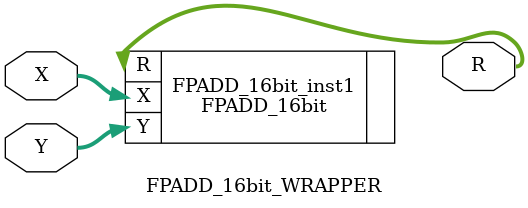
<source format=sv>
`timescale 1ns / 1ps


module FPADD_16bit_WRAPPER (

    input                [17:0] X,
    input                [17:0] Y,
    output logic         [17:0] R

);

FPADD_16bit FPADD_16bit_inst1(.X(X), .Y(Y), .R(R));

endmodule

</source>
